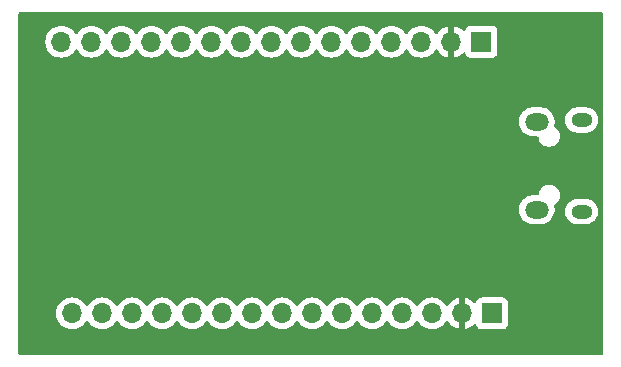
<source format=gbr>
%TF.GenerationSoftware,KiCad,Pcbnew,8.0.7*%
%TF.CreationDate,2024-12-20T19:08:42+02:00*%
%TF.ProjectId,STM32TrialPcb,53544d33-3254-4726-9961-6c5063622e6b,rev?*%
%TF.SameCoordinates,Original*%
%TF.FileFunction,Copper,L2,Bot*%
%TF.FilePolarity,Positive*%
%FSLAX46Y46*%
G04 Gerber Fmt 4.6, Leading zero omitted, Abs format (unit mm)*
G04 Created by KiCad (PCBNEW 8.0.7) date 2024-12-20 19:08:42*
%MOMM*%
%LPD*%
G01*
G04 APERTURE LIST*
%TA.AperFunction,ComponentPad*%
%ADD10O,1.800000X1.150000*%
%TD*%
%TA.AperFunction,ComponentPad*%
%ADD11O,2.000000X1.450000*%
%TD*%
%TA.AperFunction,ComponentPad*%
%ADD12R,1.700000X1.700000*%
%TD*%
%TA.AperFunction,ComponentPad*%
%ADD13O,1.700000X1.700000*%
%TD*%
%TA.AperFunction,ViaPad*%
%ADD14C,0.600000*%
%TD*%
G04 APERTURE END LIST*
D10*
%TO.P,J1,6,Shield*%
%TO.N,unconnected-(J1-Shield-Pad6)_1*%
X228695000Y-50880000D03*
D11*
%TO.N,unconnected-(J1-Shield-Pad6)_2*%
X224895000Y-50730000D03*
%TO.N,unconnected-(J1-Shield-Pad6)_3*%
X224895000Y-43280000D03*
D10*
%TO.N,unconnected-(J1-Shield-Pad6)*%
X228695000Y-43130000D03*
%TD*%
D12*
%TO.P,J2,1,Pin_1*%
%TO.N,+3V3*%
X220200000Y-36500000D03*
D13*
%TO.P,J2,2,Pin_2*%
%TO.N,GND*%
X217660000Y-36500000D03*
%TO.P,J2,3,Pin_3*%
%TO.N,SWDIO*%
X215120000Y-36500000D03*
%TO.P,J2,4,Pin_4*%
%TO.N,SWCLK*%
X212580000Y-36500000D03*
%TO.P,J2,5,Pin_5*%
%TO.N,PA15*%
X210040000Y-36500000D03*
%TO.P,J2,6,Pin_6*%
%TO.N,SWO*%
X207500000Y-36500000D03*
%TO.P,J2,7,Pin_7*%
%TO.N,PB4*%
X204960000Y-36500000D03*
%TO.P,J2,8,Pin_8*%
%TO.N,PB5*%
X202420000Y-36500000D03*
%TO.P,J2,9,Pin_9*%
%TO.N,PB6*%
X199880000Y-36500000D03*
%TO.P,J2,10,Pin_10*%
%TO.N,PB7*%
X197340000Y-36500000D03*
%TO.P,J2,11,Pin_11*%
%TO.N,PB8*%
X194800000Y-36500000D03*
%TO.P,J2,12,Pin_12*%
%TO.N,PB9*%
X192260000Y-36500000D03*
%TO.P,J2,13,Pin_13*%
%TO.N,PC13*%
X189720000Y-36500000D03*
%TO.P,J2,14,Pin_14*%
%TO.N,PC14*%
X187180000Y-36500000D03*
%TO.P,J2,15,Pin_15*%
%TO.N,PC15*%
X184640000Y-36500000D03*
%TD*%
D12*
%TO.P,J3,1,Pin_1*%
%TO.N,+3V3*%
X221120000Y-59500000D03*
D13*
%TO.P,J3,2,Pin_2*%
%TO.N,GND*%
X218580000Y-59500000D03*
%TO.P,J3,3,Pin_3*%
%TO.N,PA10*%
X216040000Y-59500000D03*
%TO.P,J3,4,Pin_4*%
%TO.N,PA9*%
X213500000Y-59500000D03*
%TO.P,J3,5,Pin_5*%
%TO.N,PA8*%
X210960000Y-59500000D03*
%TO.P,J3,6,Pin_6*%
%TO.N,PB11*%
X208420000Y-59500000D03*
%TO.P,J3,7,Pin_7*%
%TO.N,PB10*%
X205880000Y-59500000D03*
%TO.P,J3,8,Pin_8*%
%TO.N,PB2*%
X203340000Y-59500000D03*
%TO.P,J3,9,Pin_9*%
%TO.N,PB1*%
X200800000Y-59500000D03*
%TO.P,J3,10,Pin_10*%
%TO.N,PB0*%
X198260000Y-59500000D03*
%TO.P,J3,11,Pin_11*%
%TO.N,PA7*%
X195720000Y-59500000D03*
%TO.P,J3,12,Pin_12*%
%TO.N,PA6*%
X193180000Y-59500000D03*
%TO.P,J3,13,Pin_13*%
%TO.N,PA5*%
X190640000Y-59500000D03*
%TO.P,J3,14,Pin_14*%
%TO.N,PA4*%
X188100000Y-59500000D03*
%TO.P,J3,15,Pin_15*%
%TO.N,PA3*%
X185560000Y-59500000D03*
%TD*%
D14*
%TO.N,GND*%
X191000000Y-42750000D03*
X219000000Y-52750000D03*
X195750000Y-49250000D03*
X197625000Y-52625000D03*
X196000000Y-52000000D03*
X184000000Y-49250000D03*
X187000000Y-52000000D03*
X185000000Y-47000000D03*
X194392500Y-51412500D03*
X219500000Y-39000000D03*
X202605000Y-43020000D03*
X216500000Y-55500000D03*
X221000000Y-55500000D03*
X222600000Y-45500000D03*
X210500000Y-52500000D03*
X196500000Y-42000000D03*
X216100000Y-40000000D03*
X209000000Y-56500000D03*
X214500000Y-55500000D03*
X218600000Y-57000000D03*
X185000000Y-42000000D03*
X214500000Y-43000000D03*
%TD*%
%TA.AperFunction,Conductor*%
%TO.N,GND*%
G36*
X230442539Y-34020185D02*
G01*
X230488294Y-34072989D01*
X230499500Y-34124500D01*
X230499500Y-62875500D01*
X230479815Y-62942539D01*
X230427011Y-62988294D01*
X230375500Y-62999500D01*
X181124500Y-62999500D01*
X181057461Y-62979815D01*
X181011706Y-62927011D01*
X181000500Y-62875500D01*
X181000500Y-59499999D01*
X184204341Y-59499999D01*
X184204341Y-59500000D01*
X184224936Y-59735403D01*
X184224938Y-59735413D01*
X184286094Y-59963655D01*
X184286096Y-59963659D01*
X184286097Y-59963663D01*
X184366004Y-60135023D01*
X184385965Y-60177830D01*
X184385967Y-60177834D01*
X184494281Y-60332521D01*
X184521505Y-60371401D01*
X184688599Y-60538495D01*
X184785384Y-60606265D01*
X184882165Y-60674032D01*
X184882167Y-60674033D01*
X184882170Y-60674035D01*
X185096337Y-60773903D01*
X185324592Y-60835063D01*
X185501034Y-60850500D01*
X185559999Y-60855659D01*
X185560000Y-60855659D01*
X185560001Y-60855659D01*
X185618966Y-60850500D01*
X185795408Y-60835063D01*
X186023663Y-60773903D01*
X186237830Y-60674035D01*
X186431401Y-60538495D01*
X186598495Y-60371401D01*
X186728425Y-60185842D01*
X186783002Y-60142217D01*
X186852500Y-60135023D01*
X186914855Y-60166546D01*
X186931575Y-60185842D01*
X187061500Y-60371395D01*
X187061505Y-60371401D01*
X187228599Y-60538495D01*
X187325384Y-60606265D01*
X187422165Y-60674032D01*
X187422167Y-60674033D01*
X187422170Y-60674035D01*
X187636337Y-60773903D01*
X187864592Y-60835063D01*
X188041034Y-60850500D01*
X188099999Y-60855659D01*
X188100000Y-60855659D01*
X188100001Y-60855659D01*
X188158966Y-60850500D01*
X188335408Y-60835063D01*
X188563663Y-60773903D01*
X188777830Y-60674035D01*
X188971401Y-60538495D01*
X189138495Y-60371401D01*
X189268425Y-60185842D01*
X189323002Y-60142217D01*
X189392500Y-60135023D01*
X189454855Y-60166546D01*
X189471575Y-60185842D01*
X189601500Y-60371395D01*
X189601505Y-60371401D01*
X189768599Y-60538495D01*
X189865384Y-60606265D01*
X189962165Y-60674032D01*
X189962167Y-60674033D01*
X189962170Y-60674035D01*
X190176337Y-60773903D01*
X190404592Y-60835063D01*
X190581034Y-60850500D01*
X190639999Y-60855659D01*
X190640000Y-60855659D01*
X190640001Y-60855659D01*
X190698966Y-60850500D01*
X190875408Y-60835063D01*
X191103663Y-60773903D01*
X191317830Y-60674035D01*
X191511401Y-60538495D01*
X191678495Y-60371401D01*
X191808425Y-60185842D01*
X191863002Y-60142217D01*
X191932500Y-60135023D01*
X191994855Y-60166546D01*
X192011575Y-60185842D01*
X192141500Y-60371395D01*
X192141505Y-60371401D01*
X192308599Y-60538495D01*
X192405384Y-60606265D01*
X192502165Y-60674032D01*
X192502167Y-60674033D01*
X192502170Y-60674035D01*
X192716337Y-60773903D01*
X192944592Y-60835063D01*
X193121034Y-60850500D01*
X193179999Y-60855659D01*
X193180000Y-60855659D01*
X193180001Y-60855659D01*
X193238966Y-60850500D01*
X193415408Y-60835063D01*
X193643663Y-60773903D01*
X193857830Y-60674035D01*
X194051401Y-60538495D01*
X194218495Y-60371401D01*
X194348425Y-60185842D01*
X194403002Y-60142217D01*
X194472500Y-60135023D01*
X194534855Y-60166546D01*
X194551575Y-60185842D01*
X194681500Y-60371395D01*
X194681505Y-60371401D01*
X194848599Y-60538495D01*
X194945384Y-60606265D01*
X195042165Y-60674032D01*
X195042167Y-60674033D01*
X195042170Y-60674035D01*
X195256337Y-60773903D01*
X195484592Y-60835063D01*
X195661034Y-60850500D01*
X195719999Y-60855659D01*
X195720000Y-60855659D01*
X195720001Y-60855659D01*
X195778966Y-60850500D01*
X195955408Y-60835063D01*
X196183663Y-60773903D01*
X196397830Y-60674035D01*
X196591401Y-60538495D01*
X196758495Y-60371401D01*
X196888425Y-60185842D01*
X196943002Y-60142217D01*
X197012500Y-60135023D01*
X197074855Y-60166546D01*
X197091575Y-60185842D01*
X197221500Y-60371395D01*
X197221505Y-60371401D01*
X197388599Y-60538495D01*
X197485384Y-60606265D01*
X197582165Y-60674032D01*
X197582167Y-60674033D01*
X197582170Y-60674035D01*
X197796337Y-60773903D01*
X198024592Y-60835063D01*
X198201034Y-60850500D01*
X198259999Y-60855659D01*
X198260000Y-60855659D01*
X198260001Y-60855659D01*
X198318966Y-60850500D01*
X198495408Y-60835063D01*
X198723663Y-60773903D01*
X198937830Y-60674035D01*
X199131401Y-60538495D01*
X199298495Y-60371401D01*
X199428425Y-60185842D01*
X199483002Y-60142217D01*
X199552500Y-60135023D01*
X199614855Y-60166546D01*
X199631575Y-60185842D01*
X199761500Y-60371395D01*
X199761505Y-60371401D01*
X199928599Y-60538495D01*
X200025384Y-60606265D01*
X200122165Y-60674032D01*
X200122167Y-60674033D01*
X200122170Y-60674035D01*
X200336337Y-60773903D01*
X200564592Y-60835063D01*
X200741034Y-60850500D01*
X200799999Y-60855659D01*
X200800000Y-60855659D01*
X200800001Y-60855659D01*
X200858966Y-60850500D01*
X201035408Y-60835063D01*
X201263663Y-60773903D01*
X201477830Y-60674035D01*
X201671401Y-60538495D01*
X201838495Y-60371401D01*
X201968425Y-60185842D01*
X202023002Y-60142217D01*
X202092500Y-60135023D01*
X202154855Y-60166546D01*
X202171575Y-60185842D01*
X202301500Y-60371395D01*
X202301505Y-60371401D01*
X202468599Y-60538495D01*
X202565384Y-60606265D01*
X202662165Y-60674032D01*
X202662167Y-60674033D01*
X202662170Y-60674035D01*
X202876337Y-60773903D01*
X203104592Y-60835063D01*
X203281034Y-60850500D01*
X203339999Y-60855659D01*
X203340000Y-60855659D01*
X203340001Y-60855659D01*
X203398966Y-60850500D01*
X203575408Y-60835063D01*
X203803663Y-60773903D01*
X204017830Y-60674035D01*
X204211401Y-60538495D01*
X204378495Y-60371401D01*
X204508425Y-60185842D01*
X204563002Y-60142217D01*
X204632500Y-60135023D01*
X204694855Y-60166546D01*
X204711575Y-60185842D01*
X204841500Y-60371395D01*
X204841505Y-60371401D01*
X205008599Y-60538495D01*
X205105384Y-60606265D01*
X205202165Y-60674032D01*
X205202167Y-60674033D01*
X205202170Y-60674035D01*
X205416337Y-60773903D01*
X205644592Y-60835063D01*
X205821034Y-60850500D01*
X205879999Y-60855659D01*
X205880000Y-60855659D01*
X205880001Y-60855659D01*
X205938966Y-60850500D01*
X206115408Y-60835063D01*
X206343663Y-60773903D01*
X206557830Y-60674035D01*
X206751401Y-60538495D01*
X206918495Y-60371401D01*
X207048425Y-60185842D01*
X207103002Y-60142217D01*
X207172500Y-60135023D01*
X207234855Y-60166546D01*
X207251575Y-60185842D01*
X207381500Y-60371395D01*
X207381505Y-60371401D01*
X207548599Y-60538495D01*
X207645384Y-60606265D01*
X207742165Y-60674032D01*
X207742167Y-60674033D01*
X207742170Y-60674035D01*
X207956337Y-60773903D01*
X208184592Y-60835063D01*
X208361034Y-60850500D01*
X208419999Y-60855659D01*
X208420000Y-60855659D01*
X208420001Y-60855659D01*
X208478966Y-60850500D01*
X208655408Y-60835063D01*
X208883663Y-60773903D01*
X209097830Y-60674035D01*
X209291401Y-60538495D01*
X209458495Y-60371401D01*
X209588425Y-60185842D01*
X209643002Y-60142217D01*
X209712500Y-60135023D01*
X209774855Y-60166546D01*
X209791575Y-60185842D01*
X209921500Y-60371395D01*
X209921505Y-60371401D01*
X210088599Y-60538495D01*
X210185384Y-60606265D01*
X210282165Y-60674032D01*
X210282167Y-60674033D01*
X210282170Y-60674035D01*
X210496337Y-60773903D01*
X210724592Y-60835063D01*
X210901034Y-60850500D01*
X210959999Y-60855659D01*
X210960000Y-60855659D01*
X210960001Y-60855659D01*
X211018966Y-60850500D01*
X211195408Y-60835063D01*
X211423663Y-60773903D01*
X211637830Y-60674035D01*
X211831401Y-60538495D01*
X211998495Y-60371401D01*
X212128425Y-60185842D01*
X212183002Y-60142217D01*
X212252500Y-60135023D01*
X212314855Y-60166546D01*
X212331575Y-60185842D01*
X212461500Y-60371395D01*
X212461505Y-60371401D01*
X212628599Y-60538495D01*
X212725384Y-60606265D01*
X212822165Y-60674032D01*
X212822167Y-60674033D01*
X212822170Y-60674035D01*
X213036337Y-60773903D01*
X213264592Y-60835063D01*
X213441034Y-60850500D01*
X213499999Y-60855659D01*
X213500000Y-60855659D01*
X213500001Y-60855659D01*
X213558966Y-60850500D01*
X213735408Y-60835063D01*
X213963663Y-60773903D01*
X214177830Y-60674035D01*
X214371401Y-60538495D01*
X214538495Y-60371401D01*
X214668425Y-60185842D01*
X214723002Y-60142217D01*
X214792500Y-60135023D01*
X214854855Y-60166546D01*
X214871575Y-60185842D01*
X215001500Y-60371395D01*
X215001505Y-60371401D01*
X215168599Y-60538495D01*
X215265384Y-60606265D01*
X215362165Y-60674032D01*
X215362167Y-60674033D01*
X215362170Y-60674035D01*
X215576337Y-60773903D01*
X215804592Y-60835063D01*
X215981034Y-60850500D01*
X216039999Y-60855659D01*
X216040000Y-60855659D01*
X216040001Y-60855659D01*
X216098966Y-60850500D01*
X216275408Y-60835063D01*
X216503663Y-60773903D01*
X216717830Y-60674035D01*
X216911401Y-60538495D01*
X217078495Y-60371401D01*
X217208730Y-60185405D01*
X217263307Y-60141781D01*
X217332805Y-60134587D01*
X217395160Y-60166110D01*
X217411879Y-60185405D01*
X217541890Y-60371078D01*
X217708917Y-60538105D01*
X217902421Y-60673600D01*
X218116507Y-60773429D01*
X218116516Y-60773433D01*
X218330000Y-60830634D01*
X218330000Y-59933012D01*
X218387007Y-59965925D01*
X218514174Y-60000000D01*
X218645826Y-60000000D01*
X218772993Y-59965925D01*
X218830000Y-59933012D01*
X218830000Y-60830633D01*
X219043483Y-60773433D01*
X219043492Y-60773429D01*
X219257578Y-60673600D01*
X219451078Y-60538108D01*
X219573133Y-60416053D01*
X219634456Y-60382568D01*
X219704148Y-60387552D01*
X219760082Y-60429423D01*
X219776997Y-60460401D01*
X219826202Y-60592328D01*
X219826206Y-60592335D01*
X219912452Y-60707544D01*
X219912455Y-60707547D01*
X220027664Y-60793793D01*
X220027671Y-60793797D01*
X220162517Y-60844091D01*
X220162516Y-60844091D01*
X220169444Y-60844835D01*
X220222127Y-60850500D01*
X222017872Y-60850499D01*
X222077483Y-60844091D01*
X222212331Y-60793796D01*
X222327546Y-60707546D01*
X222413796Y-60592331D01*
X222464091Y-60457483D01*
X222470500Y-60397873D01*
X222470499Y-58602128D01*
X222464091Y-58542517D01*
X222463002Y-58539598D01*
X222413797Y-58407671D01*
X222413793Y-58407664D01*
X222327547Y-58292455D01*
X222327544Y-58292452D01*
X222212335Y-58206206D01*
X222212328Y-58206202D01*
X222077482Y-58155908D01*
X222077483Y-58155908D01*
X222017883Y-58149501D01*
X222017881Y-58149500D01*
X222017873Y-58149500D01*
X222017864Y-58149500D01*
X220222129Y-58149500D01*
X220222123Y-58149501D01*
X220162516Y-58155908D01*
X220027671Y-58206202D01*
X220027664Y-58206206D01*
X219912455Y-58292452D01*
X219912452Y-58292455D01*
X219826206Y-58407664D01*
X219826202Y-58407671D01*
X219776997Y-58539598D01*
X219735126Y-58595532D01*
X219669661Y-58619949D01*
X219601388Y-58605097D01*
X219573134Y-58583946D01*
X219451082Y-58461894D01*
X219257578Y-58326399D01*
X219043492Y-58226570D01*
X219043486Y-58226567D01*
X218830000Y-58169364D01*
X218830000Y-59066988D01*
X218772993Y-59034075D01*
X218645826Y-59000000D01*
X218514174Y-59000000D01*
X218387007Y-59034075D01*
X218330000Y-59066988D01*
X218330000Y-58169364D01*
X218329999Y-58169364D01*
X218116513Y-58226567D01*
X218116507Y-58226570D01*
X217902422Y-58326399D01*
X217902420Y-58326400D01*
X217708926Y-58461886D01*
X217708920Y-58461891D01*
X217541891Y-58628920D01*
X217541890Y-58628922D01*
X217411880Y-58814595D01*
X217357303Y-58858219D01*
X217287804Y-58865412D01*
X217225450Y-58833890D01*
X217208730Y-58814594D01*
X217078494Y-58628597D01*
X216911402Y-58461506D01*
X216911395Y-58461501D01*
X216717834Y-58325967D01*
X216717830Y-58325965D01*
X216717828Y-58325964D01*
X216503663Y-58226097D01*
X216503659Y-58226096D01*
X216503655Y-58226094D01*
X216275413Y-58164938D01*
X216275403Y-58164936D01*
X216040001Y-58144341D01*
X216039999Y-58144341D01*
X215804596Y-58164936D01*
X215804586Y-58164938D01*
X215576344Y-58226094D01*
X215576335Y-58226098D01*
X215362171Y-58325964D01*
X215362169Y-58325965D01*
X215168597Y-58461505D01*
X215001505Y-58628597D01*
X214871575Y-58814158D01*
X214816998Y-58857783D01*
X214747500Y-58864977D01*
X214685145Y-58833454D01*
X214668425Y-58814158D01*
X214538494Y-58628597D01*
X214371402Y-58461506D01*
X214371395Y-58461501D01*
X214177834Y-58325967D01*
X214177830Y-58325965D01*
X214177828Y-58325964D01*
X213963663Y-58226097D01*
X213963659Y-58226096D01*
X213963655Y-58226094D01*
X213735413Y-58164938D01*
X213735403Y-58164936D01*
X213500001Y-58144341D01*
X213499999Y-58144341D01*
X213264596Y-58164936D01*
X213264586Y-58164938D01*
X213036344Y-58226094D01*
X213036335Y-58226098D01*
X212822171Y-58325964D01*
X212822169Y-58325965D01*
X212628597Y-58461505D01*
X212461505Y-58628597D01*
X212331575Y-58814158D01*
X212276998Y-58857783D01*
X212207500Y-58864977D01*
X212145145Y-58833454D01*
X212128425Y-58814158D01*
X211998494Y-58628597D01*
X211831402Y-58461506D01*
X211831395Y-58461501D01*
X211637834Y-58325967D01*
X211637830Y-58325965D01*
X211637828Y-58325964D01*
X211423663Y-58226097D01*
X211423659Y-58226096D01*
X211423655Y-58226094D01*
X211195413Y-58164938D01*
X211195403Y-58164936D01*
X210960001Y-58144341D01*
X210959999Y-58144341D01*
X210724596Y-58164936D01*
X210724586Y-58164938D01*
X210496344Y-58226094D01*
X210496335Y-58226098D01*
X210282171Y-58325964D01*
X210282169Y-58325965D01*
X210088597Y-58461505D01*
X209921505Y-58628597D01*
X209791575Y-58814158D01*
X209736998Y-58857783D01*
X209667500Y-58864977D01*
X209605145Y-58833454D01*
X209588425Y-58814158D01*
X209458494Y-58628597D01*
X209291402Y-58461506D01*
X209291395Y-58461501D01*
X209097834Y-58325967D01*
X209097830Y-58325965D01*
X209097828Y-58325964D01*
X208883663Y-58226097D01*
X208883659Y-58226096D01*
X208883655Y-58226094D01*
X208655413Y-58164938D01*
X208655403Y-58164936D01*
X208420001Y-58144341D01*
X208419999Y-58144341D01*
X208184596Y-58164936D01*
X208184586Y-58164938D01*
X207956344Y-58226094D01*
X207956335Y-58226098D01*
X207742171Y-58325964D01*
X207742169Y-58325965D01*
X207548597Y-58461505D01*
X207381505Y-58628597D01*
X207251575Y-58814158D01*
X207196998Y-58857783D01*
X207127500Y-58864977D01*
X207065145Y-58833454D01*
X207048425Y-58814158D01*
X206918494Y-58628597D01*
X206751402Y-58461506D01*
X206751395Y-58461501D01*
X206557834Y-58325967D01*
X206557830Y-58325965D01*
X206557828Y-58325964D01*
X206343663Y-58226097D01*
X206343659Y-58226096D01*
X206343655Y-58226094D01*
X206115413Y-58164938D01*
X206115403Y-58164936D01*
X205880001Y-58144341D01*
X205879999Y-58144341D01*
X205644596Y-58164936D01*
X205644586Y-58164938D01*
X205416344Y-58226094D01*
X205416335Y-58226098D01*
X205202171Y-58325964D01*
X205202169Y-58325965D01*
X205008597Y-58461505D01*
X204841505Y-58628597D01*
X204711575Y-58814158D01*
X204656998Y-58857783D01*
X204587500Y-58864977D01*
X204525145Y-58833454D01*
X204508425Y-58814158D01*
X204378494Y-58628597D01*
X204211402Y-58461506D01*
X204211395Y-58461501D01*
X204017834Y-58325967D01*
X204017830Y-58325965D01*
X204017828Y-58325964D01*
X203803663Y-58226097D01*
X203803659Y-58226096D01*
X203803655Y-58226094D01*
X203575413Y-58164938D01*
X203575403Y-58164936D01*
X203340001Y-58144341D01*
X203339999Y-58144341D01*
X203104596Y-58164936D01*
X203104586Y-58164938D01*
X202876344Y-58226094D01*
X202876335Y-58226098D01*
X202662171Y-58325964D01*
X202662169Y-58325965D01*
X202468597Y-58461505D01*
X202301505Y-58628597D01*
X202171575Y-58814158D01*
X202116998Y-58857783D01*
X202047500Y-58864977D01*
X201985145Y-58833454D01*
X201968425Y-58814158D01*
X201838494Y-58628597D01*
X201671402Y-58461506D01*
X201671395Y-58461501D01*
X201477834Y-58325967D01*
X201477830Y-58325965D01*
X201477828Y-58325964D01*
X201263663Y-58226097D01*
X201263659Y-58226096D01*
X201263655Y-58226094D01*
X201035413Y-58164938D01*
X201035403Y-58164936D01*
X200800001Y-58144341D01*
X200799999Y-58144341D01*
X200564596Y-58164936D01*
X200564586Y-58164938D01*
X200336344Y-58226094D01*
X200336335Y-58226098D01*
X200122171Y-58325964D01*
X200122169Y-58325965D01*
X199928597Y-58461505D01*
X199761505Y-58628597D01*
X199631575Y-58814158D01*
X199576998Y-58857783D01*
X199507500Y-58864977D01*
X199445145Y-58833454D01*
X199428425Y-58814158D01*
X199298494Y-58628597D01*
X199131402Y-58461506D01*
X199131395Y-58461501D01*
X198937834Y-58325967D01*
X198937830Y-58325965D01*
X198937828Y-58325964D01*
X198723663Y-58226097D01*
X198723659Y-58226096D01*
X198723655Y-58226094D01*
X198495413Y-58164938D01*
X198495403Y-58164936D01*
X198260001Y-58144341D01*
X198259999Y-58144341D01*
X198024596Y-58164936D01*
X198024586Y-58164938D01*
X197796344Y-58226094D01*
X197796335Y-58226098D01*
X197582171Y-58325964D01*
X197582169Y-58325965D01*
X197388597Y-58461505D01*
X197221505Y-58628597D01*
X197091575Y-58814158D01*
X197036998Y-58857783D01*
X196967500Y-58864977D01*
X196905145Y-58833454D01*
X196888425Y-58814158D01*
X196758494Y-58628597D01*
X196591402Y-58461506D01*
X196591395Y-58461501D01*
X196397834Y-58325967D01*
X196397830Y-58325965D01*
X196397828Y-58325964D01*
X196183663Y-58226097D01*
X196183659Y-58226096D01*
X196183655Y-58226094D01*
X195955413Y-58164938D01*
X195955403Y-58164936D01*
X195720001Y-58144341D01*
X195719999Y-58144341D01*
X195484596Y-58164936D01*
X195484586Y-58164938D01*
X195256344Y-58226094D01*
X195256335Y-58226098D01*
X195042171Y-58325964D01*
X195042169Y-58325965D01*
X194848597Y-58461505D01*
X194681505Y-58628597D01*
X194551575Y-58814158D01*
X194496998Y-58857783D01*
X194427500Y-58864977D01*
X194365145Y-58833454D01*
X194348425Y-58814158D01*
X194218494Y-58628597D01*
X194051402Y-58461506D01*
X194051395Y-58461501D01*
X193857834Y-58325967D01*
X193857830Y-58325965D01*
X193857828Y-58325964D01*
X193643663Y-58226097D01*
X193643659Y-58226096D01*
X193643655Y-58226094D01*
X193415413Y-58164938D01*
X193415403Y-58164936D01*
X193180001Y-58144341D01*
X193179999Y-58144341D01*
X192944596Y-58164936D01*
X192944586Y-58164938D01*
X192716344Y-58226094D01*
X192716335Y-58226098D01*
X192502171Y-58325964D01*
X192502169Y-58325965D01*
X192308597Y-58461505D01*
X192141505Y-58628597D01*
X192011575Y-58814158D01*
X191956998Y-58857783D01*
X191887500Y-58864977D01*
X191825145Y-58833454D01*
X191808425Y-58814158D01*
X191678494Y-58628597D01*
X191511402Y-58461506D01*
X191511395Y-58461501D01*
X191317834Y-58325967D01*
X191317830Y-58325965D01*
X191317828Y-58325964D01*
X191103663Y-58226097D01*
X191103659Y-58226096D01*
X191103655Y-58226094D01*
X190875413Y-58164938D01*
X190875403Y-58164936D01*
X190640001Y-58144341D01*
X190639999Y-58144341D01*
X190404596Y-58164936D01*
X190404586Y-58164938D01*
X190176344Y-58226094D01*
X190176335Y-58226098D01*
X189962171Y-58325964D01*
X189962169Y-58325965D01*
X189768597Y-58461505D01*
X189601505Y-58628597D01*
X189471575Y-58814158D01*
X189416998Y-58857783D01*
X189347500Y-58864977D01*
X189285145Y-58833454D01*
X189268425Y-58814158D01*
X189138494Y-58628597D01*
X188971402Y-58461506D01*
X188971395Y-58461501D01*
X188777834Y-58325967D01*
X188777830Y-58325965D01*
X188777828Y-58325964D01*
X188563663Y-58226097D01*
X188563659Y-58226096D01*
X188563655Y-58226094D01*
X188335413Y-58164938D01*
X188335403Y-58164936D01*
X188100001Y-58144341D01*
X188099999Y-58144341D01*
X187864596Y-58164936D01*
X187864586Y-58164938D01*
X187636344Y-58226094D01*
X187636335Y-58226098D01*
X187422171Y-58325964D01*
X187422169Y-58325965D01*
X187228597Y-58461505D01*
X187061505Y-58628597D01*
X186931575Y-58814158D01*
X186876998Y-58857783D01*
X186807500Y-58864977D01*
X186745145Y-58833454D01*
X186728425Y-58814158D01*
X186598494Y-58628597D01*
X186431402Y-58461506D01*
X186431395Y-58461501D01*
X186237834Y-58325967D01*
X186237830Y-58325965D01*
X186237828Y-58325964D01*
X186023663Y-58226097D01*
X186023659Y-58226096D01*
X186023655Y-58226094D01*
X185795413Y-58164938D01*
X185795403Y-58164936D01*
X185560001Y-58144341D01*
X185559999Y-58144341D01*
X185324596Y-58164936D01*
X185324586Y-58164938D01*
X185096344Y-58226094D01*
X185096335Y-58226098D01*
X184882171Y-58325964D01*
X184882169Y-58325965D01*
X184688597Y-58461505D01*
X184521505Y-58628597D01*
X184385965Y-58822169D01*
X184385964Y-58822171D01*
X184286098Y-59036335D01*
X184286094Y-59036344D01*
X184224938Y-59264586D01*
X184224936Y-59264596D01*
X184204341Y-59499999D01*
X181000500Y-59499999D01*
X181000500Y-50633551D01*
X223394500Y-50633551D01*
X223394500Y-50826448D01*
X223424675Y-51016969D01*
X223424676Y-51016972D01*
X223484285Y-51200429D01*
X223571859Y-51372302D01*
X223685241Y-51528359D01*
X223821641Y-51664759D01*
X223977698Y-51778141D01*
X224149571Y-51865715D01*
X224333028Y-51925324D01*
X224523551Y-51955500D01*
X224523552Y-51955500D01*
X225266448Y-51955500D01*
X225266449Y-51955500D01*
X225456972Y-51925324D01*
X225640429Y-51865715D01*
X225812302Y-51778141D01*
X225968359Y-51664759D01*
X226104759Y-51528359D01*
X226218141Y-51372302D01*
X226305715Y-51200429D01*
X226365324Y-51016972D01*
X226395500Y-50826449D01*
X226395500Y-50795350D01*
X227294500Y-50795350D01*
X227294500Y-50964649D01*
X227320981Y-51131847D01*
X227373296Y-51292853D01*
X227450152Y-51443688D01*
X227549648Y-51580634D01*
X227549652Y-51580639D01*
X227669360Y-51700347D01*
X227669365Y-51700351D01*
X227776434Y-51778140D01*
X227806315Y-51799850D01*
X227902425Y-51848820D01*
X227957146Y-51876703D01*
X227957148Y-51876703D01*
X227957151Y-51876705D01*
X228043450Y-51904745D01*
X228118152Y-51929018D01*
X228285351Y-51955500D01*
X228285356Y-51955500D01*
X229104649Y-51955500D01*
X229271847Y-51929018D01*
X229283216Y-51925324D01*
X229432849Y-51876705D01*
X229583685Y-51799850D01*
X229720641Y-51700346D01*
X229840346Y-51580641D01*
X229939850Y-51443685D01*
X230016705Y-51292849D01*
X230069018Y-51131847D01*
X230095500Y-50964649D01*
X230095500Y-50795350D01*
X230069018Y-50628152D01*
X230016703Y-50467146D01*
X229988820Y-50412425D01*
X229939850Y-50316315D01*
X229898621Y-50259568D01*
X229840351Y-50179365D01*
X229840347Y-50179360D01*
X229720639Y-50059652D01*
X229720634Y-50059648D01*
X229583688Y-49960152D01*
X229583687Y-49960151D01*
X229583685Y-49960150D01*
X229527727Y-49931638D01*
X229432853Y-49883296D01*
X229271847Y-49830981D01*
X229104649Y-49804500D01*
X229104644Y-49804500D01*
X228285356Y-49804500D01*
X228285351Y-49804500D01*
X228118152Y-49830981D01*
X227957146Y-49883296D01*
X227806311Y-49960152D01*
X227669365Y-50059648D01*
X227669360Y-50059652D01*
X227549652Y-50179360D01*
X227549648Y-50179365D01*
X227450152Y-50316311D01*
X227373296Y-50467146D01*
X227320981Y-50628152D01*
X227294500Y-50795350D01*
X226395500Y-50795350D01*
X226395500Y-50633551D01*
X226365324Y-50443028D01*
X226358902Y-50423266D01*
X226356908Y-50353428D01*
X226392988Y-50293595D01*
X226403941Y-50284637D01*
X226550871Y-50177888D01*
X226677533Y-50037216D01*
X226772179Y-49873284D01*
X226830674Y-49693256D01*
X226850460Y-49505000D01*
X226830674Y-49316744D01*
X226772179Y-49136716D01*
X226677533Y-48972784D01*
X226550871Y-48832112D01*
X226550870Y-48832111D01*
X226397734Y-48720851D01*
X226397729Y-48720848D01*
X226224807Y-48643857D01*
X226224802Y-48643855D01*
X226079001Y-48612865D01*
X226039646Y-48604500D01*
X225850354Y-48604500D01*
X225817897Y-48611398D01*
X225665197Y-48643855D01*
X225665192Y-48643857D01*
X225492270Y-48720848D01*
X225492265Y-48720851D01*
X225339129Y-48832111D01*
X225212466Y-48972785D01*
X225117821Y-49136715D01*
X225117818Y-49136722D01*
X225059325Y-49316745D01*
X225051263Y-49393461D01*
X225024679Y-49458075D01*
X224967382Y-49498061D01*
X224927942Y-49504500D01*
X224523551Y-49504500D01*
X224487697Y-49510178D01*
X224333030Y-49534675D01*
X224149568Y-49594286D01*
X223977697Y-49681859D01*
X223888661Y-49746547D01*
X223821641Y-49795241D01*
X223821639Y-49795243D01*
X223821638Y-49795243D01*
X223685243Y-49931638D01*
X223685243Y-49931639D01*
X223685241Y-49931641D01*
X223664528Y-49960150D01*
X223571859Y-50087697D01*
X223484286Y-50259568D01*
X223424675Y-50443030D01*
X223394500Y-50633551D01*
X181000500Y-50633551D01*
X181000500Y-43183551D01*
X223394500Y-43183551D01*
X223394500Y-43376448D01*
X223424675Y-43566969D01*
X223424676Y-43566972D01*
X223484285Y-43750429D01*
X223571859Y-43922302D01*
X223685241Y-44078359D01*
X223821641Y-44214759D01*
X223977698Y-44328141D01*
X224149571Y-44415715D01*
X224333028Y-44475324D01*
X224523551Y-44505500D01*
X224927942Y-44505500D01*
X224994981Y-44525185D01*
X225040736Y-44577989D01*
X225051263Y-44616539D01*
X225059325Y-44693254D01*
X225117818Y-44873277D01*
X225117821Y-44873284D01*
X225212467Y-45037216D01*
X225339129Y-45177888D01*
X225492265Y-45289148D01*
X225492270Y-45289151D01*
X225665192Y-45366142D01*
X225665197Y-45366144D01*
X225850354Y-45405500D01*
X225850355Y-45405500D01*
X226039644Y-45405500D01*
X226039646Y-45405500D01*
X226224803Y-45366144D01*
X226397730Y-45289151D01*
X226550871Y-45177888D01*
X226677533Y-45037216D01*
X226772179Y-44873284D01*
X226830674Y-44693256D01*
X226850460Y-44505000D01*
X226830674Y-44316744D01*
X226772179Y-44136716D01*
X226677533Y-43972784D01*
X226550871Y-43832112D01*
X226550870Y-43832111D01*
X226403949Y-43725367D01*
X226361283Y-43670037D01*
X226355304Y-43600424D01*
X226358900Y-43586739D01*
X226365324Y-43566972D01*
X226395500Y-43376449D01*
X226395500Y-43183551D01*
X226373611Y-43045350D01*
X227294500Y-43045350D01*
X227294500Y-43214649D01*
X227320981Y-43381847D01*
X227373296Y-43542853D01*
X227450152Y-43693688D01*
X227549648Y-43830634D01*
X227549652Y-43830639D01*
X227669360Y-43950347D01*
X227669365Y-43950351D01*
X227788817Y-44037137D01*
X227806315Y-44049850D01*
X227902425Y-44098820D01*
X227957146Y-44126703D01*
X227957148Y-44126703D01*
X227957151Y-44126705D01*
X228043450Y-44154745D01*
X228118152Y-44179018D01*
X228285351Y-44205500D01*
X228285356Y-44205500D01*
X229104649Y-44205500D01*
X229271847Y-44179018D01*
X229432849Y-44126705D01*
X229583685Y-44049850D01*
X229720641Y-43950346D01*
X229840346Y-43830641D01*
X229939850Y-43693685D01*
X230016705Y-43542849D01*
X230069018Y-43381847D01*
X230069873Y-43376448D01*
X230095500Y-43214649D01*
X230095500Y-43045350D01*
X230069018Y-42878152D01*
X230016703Y-42717146D01*
X229988820Y-42662425D01*
X229939850Y-42566315D01*
X229878329Y-42481638D01*
X229840351Y-42429365D01*
X229840347Y-42429360D01*
X229720639Y-42309652D01*
X229720634Y-42309648D01*
X229583688Y-42210152D01*
X229583687Y-42210151D01*
X229583685Y-42210150D01*
X229536582Y-42186150D01*
X229432853Y-42133296D01*
X229271847Y-42080981D01*
X229104649Y-42054500D01*
X229104644Y-42054500D01*
X228285356Y-42054500D01*
X228285351Y-42054500D01*
X228118152Y-42080981D01*
X227957146Y-42133296D01*
X227806311Y-42210152D01*
X227669365Y-42309648D01*
X227669360Y-42309652D01*
X227549652Y-42429360D01*
X227549648Y-42429365D01*
X227450152Y-42566311D01*
X227373296Y-42717146D01*
X227320981Y-42878152D01*
X227294500Y-43045350D01*
X226373611Y-43045350D01*
X226365324Y-42993028D01*
X226305715Y-42809571D01*
X226218141Y-42637698D01*
X226104759Y-42481641D01*
X225968359Y-42345241D01*
X225812302Y-42231859D01*
X225640429Y-42144285D01*
X225456972Y-42084676D01*
X225456970Y-42084675D01*
X225456969Y-42084675D01*
X225310614Y-42061495D01*
X225266449Y-42054500D01*
X224523551Y-42054500D01*
X224487697Y-42060178D01*
X224333030Y-42084675D01*
X224149568Y-42144286D01*
X223977697Y-42231859D01*
X223888661Y-42296547D01*
X223821641Y-42345241D01*
X223821639Y-42345243D01*
X223821638Y-42345243D01*
X223685243Y-42481638D01*
X223685243Y-42481639D01*
X223685241Y-42481641D01*
X223636547Y-42548661D01*
X223571859Y-42637697D01*
X223484286Y-42809568D01*
X223424675Y-42993030D01*
X223394500Y-43183551D01*
X181000500Y-43183551D01*
X181000500Y-36499999D01*
X183284341Y-36499999D01*
X183284341Y-36500000D01*
X183304936Y-36735403D01*
X183304938Y-36735413D01*
X183366094Y-36963655D01*
X183366096Y-36963659D01*
X183366097Y-36963663D01*
X183446004Y-37135023D01*
X183465965Y-37177830D01*
X183465967Y-37177834D01*
X183574281Y-37332521D01*
X183601505Y-37371401D01*
X183768599Y-37538495D01*
X183865384Y-37606265D01*
X183962165Y-37674032D01*
X183962167Y-37674033D01*
X183962170Y-37674035D01*
X184176337Y-37773903D01*
X184404592Y-37835063D01*
X184581034Y-37850500D01*
X184639999Y-37855659D01*
X184640000Y-37855659D01*
X184640001Y-37855659D01*
X184698966Y-37850500D01*
X184875408Y-37835063D01*
X185103663Y-37773903D01*
X185317830Y-37674035D01*
X185511401Y-37538495D01*
X185678495Y-37371401D01*
X185808425Y-37185842D01*
X185863002Y-37142217D01*
X185932500Y-37135023D01*
X185994855Y-37166546D01*
X186011575Y-37185842D01*
X186141500Y-37371395D01*
X186141505Y-37371401D01*
X186308599Y-37538495D01*
X186405384Y-37606265D01*
X186502165Y-37674032D01*
X186502167Y-37674033D01*
X186502170Y-37674035D01*
X186716337Y-37773903D01*
X186944592Y-37835063D01*
X187121034Y-37850500D01*
X187179999Y-37855659D01*
X187180000Y-37855659D01*
X187180001Y-37855659D01*
X187238966Y-37850500D01*
X187415408Y-37835063D01*
X187643663Y-37773903D01*
X187857830Y-37674035D01*
X188051401Y-37538495D01*
X188218495Y-37371401D01*
X188348425Y-37185842D01*
X188403002Y-37142217D01*
X188472500Y-37135023D01*
X188534855Y-37166546D01*
X188551575Y-37185842D01*
X188681500Y-37371395D01*
X188681505Y-37371401D01*
X188848599Y-37538495D01*
X188945384Y-37606265D01*
X189042165Y-37674032D01*
X189042167Y-37674033D01*
X189042170Y-37674035D01*
X189256337Y-37773903D01*
X189484592Y-37835063D01*
X189661034Y-37850500D01*
X189719999Y-37855659D01*
X189720000Y-37855659D01*
X189720001Y-37855659D01*
X189778966Y-37850500D01*
X189955408Y-37835063D01*
X190183663Y-37773903D01*
X190397830Y-37674035D01*
X190591401Y-37538495D01*
X190758495Y-37371401D01*
X190888425Y-37185842D01*
X190943002Y-37142217D01*
X191012500Y-37135023D01*
X191074855Y-37166546D01*
X191091575Y-37185842D01*
X191221500Y-37371395D01*
X191221505Y-37371401D01*
X191388599Y-37538495D01*
X191485384Y-37606265D01*
X191582165Y-37674032D01*
X191582167Y-37674033D01*
X191582170Y-37674035D01*
X191796337Y-37773903D01*
X192024592Y-37835063D01*
X192201034Y-37850500D01*
X192259999Y-37855659D01*
X192260000Y-37855659D01*
X192260001Y-37855659D01*
X192318966Y-37850500D01*
X192495408Y-37835063D01*
X192723663Y-37773903D01*
X192937830Y-37674035D01*
X193131401Y-37538495D01*
X193298495Y-37371401D01*
X193428425Y-37185842D01*
X193483002Y-37142217D01*
X193552500Y-37135023D01*
X193614855Y-37166546D01*
X193631575Y-37185842D01*
X193761500Y-37371395D01*
X193761505Y-37371401D01*
X193928599Y-37538495D01*
X194025384Y-37606265D01*
X194122165Y-37674032D01*
X194122167Y-37674033D01*
X194122170Y-37674035D01*
X194336337Y-37773903D01*
X194564592Y-37835063D01*
X194741034Y-37850500D01*
X194799999Y-37855659D01*
X194800000Y-37855659D01*
X194800001Y-37855659D01*
X194858966Y-37850500D01*
X195035408Y-37835063D01*
X195263663Y-37773903D01*
X195477830Y-37674035D01*
X195671401Y-37538495D01*
X195838495Y-37371401D01*
X195968425Y-37185842D01*
X196023002Y-37142217D01*
X196092500Y-37135023D01*
X196154855Y-37166546D01*
X196171575Y-37185842D01*
X196301500Y-37371395D01*
X196301505Y-37371401D01*
X196468599Y-37538495D01*
X196565384Y-37606265D01*
X196662165Y-37674032D01*
X196662167Y-37674033D01*
X196662170Y-37674035D01*
X196876337Y-37773903D01*
X197104592Y-37835063D01*
X197281034Y-37850500D01*
X197339999Y-37855659D01*
X197340000Y-37855659D01*
X197340001Y-37855659D01*
X197398966Y-37850500D01*
X197575408Y-37835063D01*
X197803663Y-37773903D01*
X198017830Y-37674035D01*
X198211401Y-37538495D01*
X198378495Y-37371401D01*
X198508425Y-37185842D01*
X198563002Y-37142217D01*
X198632500Y-37135023D01*
X198694855Y-37166546D01*
X198711575Y-37185842D01*
X198841500Y-37371395D01*
X198841505Y-37371401D01*
X199008599Y-37538495D01*
X199105384Y-37606265D01*
X199202165Y-37674032D01*
X199202167Y-37674033D01*
X199202170Y-37674035D01*
X199416337Y-37773903D01*
X199644592Y-37835063D01*
X199821034Y-37850500D01*
X199879999Y-37855659D01*
X199880000Y-37855659D01*
X199880001Y-37855659D01*
X199938966Y-37850500D01*
X200115408Y-37835063D01*
X200343663Y-37773903D01*
X200557830Y-37674035D01*
X200751401Y-37538495D01*
X200918495Y-37371401D01*
X201048425Y-37185842D01*
X201103002Y-37142217D01*
X201172500Y-37135023D01*
X201234855Y-37166546D01*
X201251575Y-37185842D01*
X201381500Y-37371395D01*
X201381505Y-37371401D01*
X201548599Y-37538495D01*
X201645384Y-37606265D01*
X201742165Y-37674032D01*
X201742167Y-37674033D01*
X201742170Y-37674035D01*
X201956337Y-37773903D01*
X202184592Y-37835063D01*
X202361034Y-37850500D01*
X202419999Y-37855659D01*
X202420000Y-37855659D01*
X202420001Y-37855659D01*
X202478966Y-37850500D01*
X202655408Y-37835063D01*
X202883663Y-37773903D01*
X203097830Y-37674035D01*
X203291401Y-37538495D01*
X203458495Y-37371401D01*
X203588425Y-37185842D01*
X203643002Y-37142217D01*
X203712500Y-37135023D01*
X203774855Y-37166546D01*
X203791575Y-37185842D01*
X203921500Y-37371395D01*
X203921505Y-37371401D01*
X204088599Y-37538495D01*
X204185384Y-37606265D01*
X204282165Y-37674032D01*
X204282167Y-37674033D01*
X204282170Y-37674035D01*
X204496337Y-37773903D01*
X204724592Y-37835063D01*
X204901034Y-37850500D01*
X204959999Y-37855659D01*
X204960000Y-37855659D01*
X204960001Y-37855659D01*
X205018966Y-37850500D01*
X205195408Y-37835063D01*
X205423663Y-37773903D01*
X205637830Y-37674035D01*
X205831401Y-37538495D01*
X205998495Y-37371401D01*
X206128425Y-37185842D01*
X206183002Y-37142217D01*
X206252500Y-37135023D01*
X206314855Y-37166546D01*
X206331575Y-37185842D01*
X206461500Y-37371395D01*
X206461505Y-37371401D01*
X206628599Y-37538495D01*
X206725384Y-37606265D01*
X206822165Y-37674032D01*
X206822167Y-37674033D01*
X206822170Y-37674035D01*
X207036337Y-37773903D01*
X207264592Y-37835063D01*
X207441034Y-37850500D01*
X207499999Y-37855659D01*
X207500000Y-37855659D01*
X207500001Y-37855659D01*
X207558966Y-37850500D01*
X207735408Y-37835063D01*
X207963663Y-37773903D01*
X208177830Y-37674035D01*
X208371401Y-37538495D01*
X208538495Y-37371401D01*
X208668425Y-37185842D01*
X208723002Y-37142217D01*
X208792500Y-37135023D01*
X208854855Y-37166546D01*
X208871575Y-37185842D01*
X209001500Y-37371395D01*
X209001505Y-37371401D01*
X209168599Y-37538495D01*
X209265384Y-37606265D01*
X209362165Y-37674032D01*
X209362167Y-37674033D01*
X209362170Y-37674035D01*
X209576337Y-37773903D01*
X209804592Y-37835063D01*
X209981034Y-37850500D01*
X210039999Y-37855659D01*
X210040000Y-37855659D01*
X210040001Y-37855659D01*
X210098966Y-37850500D01*
X210275408Y-37835063D01*
X210503663Y-37773903D01*
X210717830Y-37674035D01*
X210911401Y-37538495D01*
X211078495Y-37371401D01*
X211208425Y-37185842D01*
X211263002Y-37142217D01*
X211332500Y-37135023D01*
X211394855Y-37166546D01*
X211411575Y-37185842D01*
X211541500Y-37371395D01*
X211541505Y-37371401D01*
X211708599Y-37538495D01*
X211805384Y-37606265D01*
X211902165Y-37674032D01*
X211902167Y-37674033D01*
X211902170Y-37674035D01*
X212116337Y-37773903D01*
X212344592Y-37835063D01*
X212521034Y-37850500D01*
X212579999Y-37855659D01*
X212580000Y-37855659D01*
X212580001Y-37855659D01*
X212638966Y-37850500D01*
X212815408Y-37835063D01*
X213043663Y-37773903D01*
X213257830Y-37674035D01*
X213451401Y-37538495D01*
X213618495Y-37371401D01*
X213748425Y-37185842D01*
X213803002Y-37142217D01*
X213872500Y-37135023D01*
X213934855Y-37166546D01*
X213951575Y-37185842D01*
X214081500Y-37371395D01*
X214081505Y-37371401D01*
X214248599Y-37538495D01*
X214345384Y-37606265D01*
X214442165Y-37674032D01*
X214442167Y-37674033D01*
X214442170Y-37674035D01*
X214656337Y-37773903D01*
X214884592Y-37835063D01*
X215061034Y-37850500D01*
X215119999Y-37855659D01*
X215120000Y-37855659D01*
X215120001Y-37855659D01*
X215178966Y-37850500D01*
X215355408Y-37835063D01*
X215583663Y-37773903D01*
X215797830Y-37674035D01*
X215991401Y-37538495D01*
X216158495Y-37371401D01*
X216288730Y-37185405D01*
X216343307Y-37141781D01*
X216412805Y-37134587D01*
X216475160Y-37166110D01*
X216491879Y-37185405D01*
X216621890Y-37371078D01*
X216788917Y-37538105D01*
X216982421Y-37673600D01*
X217196507Y-37773429D01*
X217196516Y-37773433D01*
X217410000Y-37830634D01*
X217410000Y-36933012D01*
X217467007Y-36965925D01*
X217594174Y-37000000D01*
X217725826Y-37000000D01*
X217852993Y-36965925D01*
X217910000Y-36933012D01*
X217910000Y-37830633D01*
X218123483Y-37773433D01*
X218123492Y-37773429D01*
X218337578Y-37673600D01*
X218531078Y-37538108D01*
X218653133Y-37416053D01*
X218714456Y-37382568D01*
X218784148Y-37387552D01*
X218840082Y-37429423D01*
X218856997Y-37460401D01*
X218906202Y-37592328D01*
X218906206Y-37592335D01*
X218992452Y-37707544D01*
X218992455Y-37707547D01*
X219107664Y-37793793D01*
X219107671Y-37793797D01*
X219242517Y-37844091D01*
X219242516Y-37844091D01*
X219249444Y-37844835D01*
X219302127Y-37850500D01*
X221097872Y-37850499D01*
X221157483Y-37844091D01*
X221292331Y-37793796D01*
X221407546Y-37707546D01*
X221493796Y-37592331D01*
X221544091Y-37457483D01*
X221550500Y-37397873D01*
X221550499Y-35602128D01*
X221544091Y-35542517D01*
X221543002Y-35539598D01*
X221493797Y-35407671D01*
X221493793Y-35407664D01*
X221407547Y-35292455D01*
X221407544Y-35292452D01*
X221292335Y-35206206D01*
X221292328Y-35206202D01*
X221157482Y-35155908D01*
X221157483Y-35155908D01*
X221097883Y-35149501D01*
X221097881Y-35149500D01*
X221097873Y-35149500D01*
X221097864Y-35149500D01*
X219302129Y-35149500D01*
X219302123Y-35149501D01*
X219242516Y-35155908D01*
X219107671Y-35206202D01*
X219107664Y-35206206D01*
X218992455Y-35292452D01*
X218992452Y-35292455D01*
X218906206Y-35407664D01*
X218906202Y-35407671D01*
X218856997Y-35539598D01*
X218815126Y-35595532D01*
X218749661Y-35619949D01*
X218681388Y-35605097D01*
X218653134Y-35583946D01*
X218531082Y-35461894D01*
X218337578Y-35326399D01*
X218123492Y-35226570D01*
X218123486Y-35226567D01*
X217910000Y-35169364D01*
X217910000Y-36066988D01*
X217852993Y-36034075D01*
X217725826Y-36000000D01*
X217594174Y-36000000D01*
X217467007Y-36034075D01*
X217410000Y-36066988D01*
X217410000Y-35169364D01*
X217409999Y-35169364D01*
X217196513Y-35226567D01*
X217196507Y-35226570D01*
X216982422Y-35326399D01*
X216982420Y-35326400D01*
X216788926Y-35461886D01*
X216788920Y-35461891D01*
X216621891Y-35628920D01*
X216621890Y-35628922D01*
X216491880Y-35814595D01*
X216437303Y-35858219D01*
X216367804Y-35865412D01*
X216305450Y-35833890D01*
X216288730Y-35814594D01*
X216158494Y-35628597D01*
X215991402Y-35461506D01*
X215991395Y-35461501D01*
X215797834Y-35325967D01*
X215797830Y-35325965D01*
X215797828Y-35325964D01*
X215583663Y-35226097D01*
X215583659Y-35226096D01*
X215583655Y-35226094D01*
X215355413Y-35164938D01*
X215355403Y-35164936D01*
X215120001Y-35144341D01*
X215119999Y-35144341D01*
X214884596Y-35164936D01*
X214884586Y-35164938D01*
X214656344Y-35226094D01*
X214656335Y-35226098D01*
X214442171Y-35325964D01*
X214442169Y-35325965D01*
X214248597Y-35461505D01*
X214081505Y-35628597D01*
X213951575Y-35814158D01*
X213896998Y-35857783D01*
X213827500Y-35864977D01*
X213765145Y-35833454D01*
X213748425Y-35814158D01*
X213618494Y-35628597D01*
X213451402Y-35461506D01*
X213451395Y-35461501D01*
X213257834Y-35325967D01*
X213257830Y-35325965D01*
X213257828Y-35325964D01*
X213043663Y-35226097D01*
X213043659Y-35226096D01*
X213043655Y-35226094D01*
X212815413Y-35164938D01*
X212815403Y-35164936D01*
X212580001Y-35144341D01*
X212579999Y-35144341D01*
X212344596Y-35164936D01*
X212344586Y-35164938D01*
X212116344Y-35226094D01*
X212116335Y-35226098D01*
X211902171Y-35325964D01*
X211902169Y-35325965D01*
X211708597Y-35461505D01*
X211541505Y-35628597D01*
X211411575Y-35814158D01*
X211356998Y-35857783D01*
X211287500Y-35864977D01*
X211225145Y-35833454D01*
X211208425Y-35814158D01*
X211078494Y-35628597D01*
X210911402Y-35461506D01*
X210911395Y-35461501D01*
X210717834Y-35325967D01*
X210717830Y-35325965D01*
X210717828Y-35325964D01*
X210503663Y-35226097D01*
X210503659Y-35226096D01*
X210503655Y-35226094D01*
X210275413Y-35164938D01*
X210275403Y-35164936D01*
X210040001Y-35144341D01*
X210039999Y-35144341D01*
X209804596Y-35164936D01*
X209804586Y-35164938D01*
X209576344Y-35226094D01*
X209576335Y-35226098D01*
X209362171Y-35325964D01*
X209362169Y-35325965D01*
X209168597Y-35461505D01*
X209001505Y-35628597D01*
X208871575Y-35814158D01*
X208816998Y-35857783D01*
X208747500Y-35864977D01*
X208685145Y-35833454D01*
X208668425Y-35814158D01*
X208538494Y-35628597D01*
X208371402Y-35461506D01*
X208371395Y-35461501D01*
X208177834Y-35325967D01*
X208177830Y-35325965D01*
X208177828Y-35325964D01*
X207963663Y-35226097D01*
X207963659Y-35226096D01*
X207963655Y-35226094D01*
X207735413Y-35164938D01*
X207735403Y-35164936D01*
X207500001Y-35144341D01*
X207499999Y-35144341D01*
X207264596Y-35164936D01*
X207264586Y-35164938D01*
X207036344Y-35226094D01*
X207036335Y-35226098D01*
X206822171Y-35325964D01*
X206822169Y-35325965D01*
X206628597Y-35461505D01*
X206461505Y-35628597D01*
X206331575Y-35814158D01*
X206276998Y-35857783D01*
X206207500Y-35864977D01*
X206145145Y-35833454D01*
X206128425Y-35814158D01*
X205998494Y-35628597D01*
X205831402Y-35461506D01*
X205831395Y-35461501D01*
X205637834Y-35325967D01*
X205637830Y-35325965D01*
X205637828Y-35325964D01*
X205423663Y-35226097D01*
X205423659Y-35226096D01*
X205423655Y-35226094D01*
X205195413Y-35164938D01*
X205195403Y-35164936D01*
X204960001Y-35144341D01*
X204959999Y-35144341D01*
X204724596Y-35164936D01*
X204724586Y-35164938D01*
X204496344Y-35226094D01*
X204496335Y-35226098D01*
X204282171Y-35325964D01*
X204282169Y-35325965D01*
X204088597Y-35461505D01*
X203921505Y-35628597D01*
X203791575Y-35814158D01*
X203736998Y-35857783D01*
X203667500Y-35864977D01*
X203605145Y-35833454D01*
X203588425Y-35814158D01*
X203458494Y-35628597D01*
X203291402Y-35461506D01*
X203291395Y-35461501D01*
X203097834Y-35325967D01*
X203097830Y-35325965D01*
X203097828Y-35325964D01*
X202883663Y-35226097D01*
X202883659Y-35226096D01*
X202883655Y-35226094D01*
X202655413Y-35164938D01*
X202655403Y-35164936D01*
X202420001Y-35144341D01*
X202419999Y-35144341D01*
X202184596Y-35164936D01*
X202184586Y-35164938D01*
X201956344Y-35226094D01*
X201956335Y-35226098D01*
X201742171Y-35325964D01*
X201742169Y-35325965D01*
X201548597Y-35461505D01*
X201381505Y-35628597D01*
X201251575Y-35814158D01*
X201196998Y-35857783D01*
X201127500Y-35864977D01*
X201065145Y-35833454D01*
X201048425Y-35814158D01*
X200918494Y-35628597D01*
X200751402Y-35461506D01*
X200751395Y-35461501D01*
X200557834Y-35325967D01*
X200557830Y-35325965D01*
X200557828Y-35325964D01*
X200343663Y-35226097D01*
X200343659Y-35226096D01*
X200343655Y-35226094D01*
X200115413Y-35164938D01*
X200115403Y-35164936D01*
X199880001Y-35144341D01*
X199879999Y-35144341D01*
X199644596Y-35164936D01*
X199644586Y-35164938D01*
X199416344Y-35226094D01*
X199416335Y-35226098D01*
X199202171Y-35325964D01*
X199202169Y-35325965D01*
X199008597Y-35461505D01*
X198841505Y-35628597D01*
X198711575Y-35814158D01*
X198656998Y-35857783D01*
X198587500Y-35864977D01*
X198525145Y-35833454D01*
X198508425Y-35814158D01*
X198378494Y-35628597D01*
X198211402Y-35461506D01*
X198211395Y-35461501D01*
X198017834Y-35325967D01*
X198017830Y-35325965D01*
X198017828Y-35325964D01*
X197803663Y-35226097D01*
X197803659Y-35226096D01*
X197803655Y-35226094D01*
X197575413Y-35164938D01*
X197575403Y-35164936D01*
X197340001Y-35144341D01*
X197339999Y-35144341D01*
X197104596Y-35164936D01*
X197104586Y-35164938D01*
X196876344Y-35226094D01*
X196876335Y-35226098D01*
X196662171Y-35325964D01*
X196662169Y-35325965D01*
X196468597Y-35461505D01*
X196301505Y-35628597D01*
X196171575Y-35814158D01*
X196116998Y-35857783D01*
X196047500Y-35864977D01*
X195985145Y-35833454D01*
X195968425Y-35814158D01*
X195838494Y-35628597D01*
X195671402Y-35461506D01*
X195671395Y-35461501D01*
X195477834Y-35325967D01*
X195477830Y-35325965D01*
X195477828Y-35325964D01*
X195263663Y-35226097D01*
X195263659Y-35226096D01*
X195263655Y-35226094D01*
X195035413Y-35164938D01*
X195035403Y-35164936D01*
X194800001Y-35144341D01*
X194799999Y-35144341D01*
X194564596Y-35164936D01*
X194564586Y-35164938D01*
X194336344Y-35226094D01*
X194336335Y-35226098D01*
X194122171Y-35325964D01*
X194122169Y-35325965D01*
X193928597Y-35461505D01*
X193761505Y-35628597D01*
X193631575Y-35814158D01*
X193576998Y-35857783D01*
X193507500Y-35864977D01*
X193445145Y-35833454D01*
X193428425Y-35814158D01*
X193298494Y-35628597D01*
X193131402Y-35461506D01*
X193131395Y-35461501D01*
X192937834Y-35325967D01*
X192937830Y-35325965D01*
X192937828Y-35325964D01*
X192723663Y-35226097D01*
X192723659Y-35226096D01*
X192723655Y-35226094D01*
X192495413Y-35164938D01*
X192495403Y-35164936D01*
X192260001Y-35144341D01*
X192259999Y-35144341D01*
X192024596Y-35164936D01*
X192024586Y-35164938D01*
X191796344Y-35226094D01*
X191796335Y-35226098D01*
X191582171Y-35325964D01*
X191582169Y-35325965D01*
X191388597Y-35461505D01*
X191221505Y-35628597D01*
X191091575Y-35814158D01*
X191036998Y-35857783D01*
X190967500Y-35864977D01*
X190905145Y-35833454D01*
X190888425Y-35814158D01*
X190758494Y-35628597D01*
X190591402Y-35461506D01*
X190591395Y-35461501D01*
X190397834Y-35325967D01*
X190397830Y-35325965D01*
X190397828Y-35325964D01*
X190183663Y-35226097D01*
X190183659Y-35226096D01*
X190183655Y-35226094D01*
X189955413Y-35164938D01*
X189955403Y-35164936D01*
X189720001Y-35144341D01*
X189719999Y-35144341D01*
X189484596Y-35164936D01*
X189484586Y-35164938D01*
X189256344Y-35226094D01*
X189256335Y-35226098D01*
X189042171Y-35325964D01*
X189042169Y-35325965D01*
X188848597Y-35461505D01*
X188681505Y-35628597D01*
X188551575Y-35814158D01*
X188496998Y-35857783D01*
X188427500Y-35864977D01*
X188365145Y-35833454D01*
X188348425Y-35814158D01*
X188218494Y-35628597D01*
X188051402Y-35461506D01*
X188051395Y-35461501D01*
X187857834Y-35325967D01*
X187857830Y-35325965D01*
X187857828Y-35325964D01*
X187643663Y-35226097D01*
X187643659Y-35226096D01*
X187643655Y-35226094D01*
X187415413Y-35164938D01*
X187415403Y-35164936D01*
X187180001Y-35144341D01*
X187179999Y-35144341D01*
X186944596Y-35164936D01*
X186944586Y-35164938D01*
X186716344Y-35226094D01*
X186716335Y-35226098D01*
X186502171Y-35325964D01*
X186502169Y-35325965D01*
X186308597Y-35461505D01*
X186141505Y-35628597D01*
X186011575Y-35814158D01*
X185956998Y-35857783D01*
X185887500Y-35864977D01*
X185825145Y-35833454D01*
X185808425Y-35814158D01*
X185678494Y-35628597D01*
X185511402Y-35461506D01*
X185511395Y-35461501D01*
X185317834Y-35325967D01*
X185317830Y-35325965D01*
X185317828Y-35325964D01*
X185103663Y-35226097D01*
X185103659Y-35226096D01*
X185103655Y-35226094D01*
X184875413Y-35164938D01*
X184875403Y-35164936D01*
X184640001Y-35144341D01*
X184639999Y-35144341D01*
X184404596Y-35164936D01*
X184404586Y-35164938D01*
X184176344Y-35226094D01*
X184176335Y-35226098D01*
X183962171Y-35325964D01*
X183962169Y-35325965D01*
X183768597Y-35461505D01*
X183601505Y-35628597D01*
X183465965Y-35822169D01*
X183465964Y-35822171D01*
X183366098Y-36036335D01*
X183366094Y-36036344D01*
X183304938Y-36264586D01*
X183304936Y-36264596D01*
X183284341Y-36499999D01*
X181000500Y-36499999D01*
X181000500Y-34124500D01*
X181020185Y-34057461D01*
X181072989Y-34011706D01*
X181124500Y-34000500D01*
X230375500Y-34000500D01*
X230442539Y-34020185D01*
G37*
%TD.AperFunction*%
%TD*%
M02*

</source>
